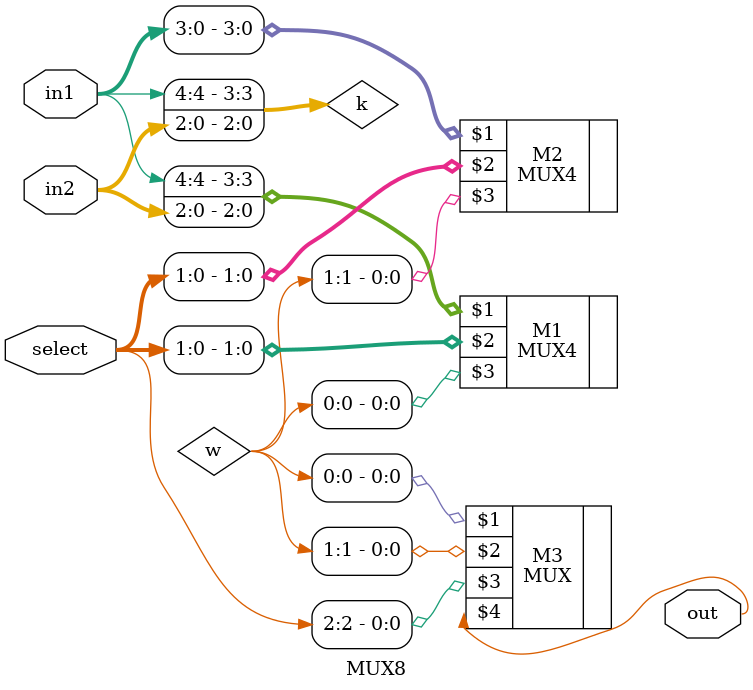
<source format=v>
module MUX8(in1,in2,select,out);
input [4:0]in1;
input [2:0]in2;
input [2:0]select;
output out;

wire [1:0]w;
wire [3:0]k;
assign k[3]=in1[4];
assign k[2:0]=in2[2:0];


MUX4 M1(k[3:0],select[1:0],w[0]);
MUX4 M2(in1[3:0],select[1:0],w[1]);
MUX M3(w[0],w[1],select[2],out);

endmodule
</source>
